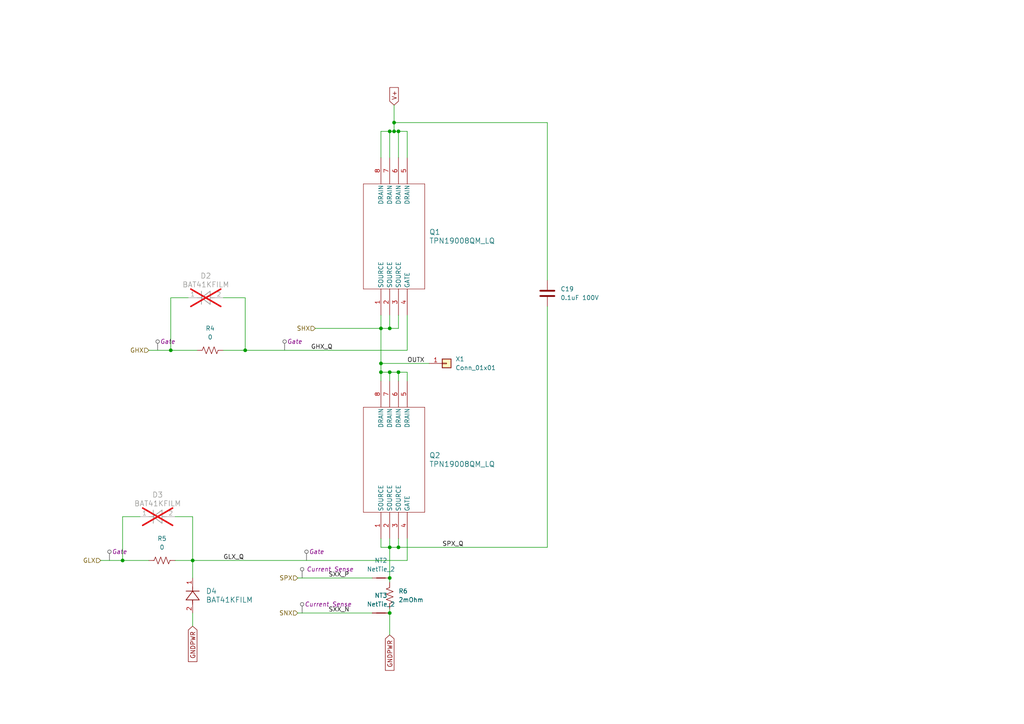
<source format=kicad_sch>
(kicad_sch (version 20230121) (generator eeschema)

  (uuid 5fd6fc62-6cf8-466f-b3fe-2371d8014372)

  (paper "A4")

  (title_block
    (title "moteus-c1")
    (rev "1.0")
  )

  (lib_symbols
    (symbol "Connector_Generic:Conn_01x01" (pin_names (offset 1.016) hide) (in_bom yes) (on_board yes)
      (property "Reference" "J" (at 0 2.54 0)
        (effects (font (size 1.27 1.27)))
      )
      (property "Value" "Conn_01x01" (at 0 -2.54 0)
        (effects (font (size 1.27 1.27)))
      )
      (property "Footprint" "" (at 0 0 0)
        (effects (font (size 1.27 1.27)) hide)
      )
      (property "Datasheet" "~" (at 0 0 0)
        (effects (font (size 1.27 1.27)) hide)
      )
      (property "ki_keywords" "connector" (at 0 0 0)
        (effects (font (size 1.27 1.27)) hide)
      )
      (property "ki_description" "Generic connector, single row, 01x01, script generated (kicad-library-utils/schlib/autogen/connector/)" (at 0 0 0)
        (effects (font (size 1.27 1.27)) hide)
      )
      (property "ki_fp_filters" "Connector*:*_1x??_*" (at 0 0 0)
        (effects (font (size 1.27 1.27)) hide)
      )
      (symbol "Conn_01x01_1_1"
        (rectangle (start -1.27 0.127) (end 0 -0.127)
          (stroke (width 0.1524) (type default))
          (fill (type none))
        )
        (rectangle (start -1.27 1.27) (end 1.27 -1.27)
          (stroke (width 0.254) (type default))
          (fill (type background))
        )
        (pin passive line (at -5.08 0 0) (length 3.81)
          (name "Pin_1" (effects (font (size 1.27 1.27))))
          (number "1" (effects (font (size 1.27 1.27))))
        )
      )
    )
    (symbol "Device:C" (pin_numbers hide) (pin_names (offset 0.254)) (in_bom yes) (on_board yes)
      (property "Reference" "C" (at 0.635 2.54 0)
        (effects (font (size 1.27 1.27)) (justify left))
      )
      (property "Value" "C" (at 0.635 -2.54 0)
        (effects (font (size 1.27 1.27)) (justify left))
      )
      (property "Footprint" "" (at 0.9652 -3.81 0)
        (effects (font (size 1.27 1.27)) hide)
      )
      (property "Datasheet" "~" (at 0 0 0)
        (effects (font (size 1.27 1.27)) hide)
      )
      (property "ki_keywords" "cap capacitor" (at 0 0 0)
        (effects (font (size 1.27 1.27)) hide)
      )
      (property "ki_description" "Unpolarized capacitor" (at 0 0 0)
        (effects (font (size 1.27 1.27)) hide)
      )
      (property "ki_fp_filters" "C_*" (at 0 0 0)
        (effects (font (size 1.27 1.27)) hide)
      )
      (symbol "C_0_1"
        (polyline
          (pts
            (xy -2.032 -0.762)
            (xy 2.032 -0.762)
          )
          (stroke (width 0.508) (type default))
          (fill (type none))
        )
        (polyline
          (pts
            (xy -2.032 0.762)
            (xy 2.032 0.762)
          )
          (stroke (width 0.508) (type default))
          (fill (type none))
        )
      )
      (symbol "C_1_1"
        (pin passive line (at 0 3.81 270) (length 2.794)
          (name "~" (effects (font (size 1.27 1.27))))
          (number "1" (effects (font (size 1.27 1.27))))
        )
        (pin passive line (at 0 -3.81 90) (length 2.794)
          (name "~" (effects (font (size 1.27 1.27))))
          (number "2" (effects (font (size 1.27 1.27))))
        )
      )
    )
    (symbol "Device:NetTie_2" (pin_numbers hide) (pin_names (offset 0) hide) (in_bom no) (on_board yes)
      (property "Reference" "NT" (at 0 1.27 0)
        (effects (font (size 1.27 1.27)))
      )
      (property "Value" "NetTie_2" (at 0 -1.27 0)
        (effects (font (size 1.27 1.27)))
      )
      (property "Footprint" "" (at 0 0 0)
        (effects (font (size 1.27 1.27)) hide)
      )
      (property "Datasheet" "~" (at 0 0 0)
        (effects (font (size 1.27 1.27)) hide)
      )
      (property "ki_keywords" "net tie short" (at 0 0 0)
        (effects (font (size 1.27 1.27)) hide)
      )
      (property "ki_description" "Net tie, 2 pins" (at 0 0 0)
        (effects (font (size 1.27 1.27)) hide)
      )
      (property "ki_fp_filters" "Net*Tie*" (at 0 0 0)
        (effects (font (size 1.27 1.27)) hide)
      )
      (symbol "NetTie_2_0_1"
        (polyline
          (pts
            (xy -1.27 0)
            (xy 1.27 0)
          )
          (stroke (width 0.254) (type default))
          (fill (type none))
        )
      )
      (symbol "NetTie_2_1_1"
        (pin passive line (at -2.54 0 0) (length 2.54)
          (name "1" (effects (font (size 1.27 1.27))))
          (number "1" (effects (font (size 1.27 1.27))))
        )
        (pin passive line (at 2.54 0 180) (length 2.54)
          (name "2" (effects (font (size 1.27 1.27))))
          (number "2" (effects (font (size 1.27 1.27))))
        )
      )
    )
    (symbol "Device:R_US" (pin_numbers hide) (pin_names (offset 0)) (in_bom yes) (on_board yes)
      (property "Reference" "R" (at 2.54 0 90)
        (effects (font (size 1.27 1.27)))
      )
      (property "Value" "R_US" (at -2.54 0 90)
        (effects (font (size 1.27 1.27)))
      )
      (property "Footprint" "" (at 1.016 -0.254 90)
        (effects (font (size 1.27 1.27)) hide)
      )
      (property "Datasheet" "~" (at 0 0 0)
        (effects (font (size 1.27 1.27)) hide)
      )
      (property "ki_keywords" "R res resistor" (at 0 0 0)
        (effects (font (size 1.27 1.27)) hide)
      )
      (property "ki_description" "Resistor, US symbol" (at 0 0 0)
        (effects (font (size 1.27 1.27)) hide)
      )
      (property "ki_fp_filters" "R_*" (at 0 0 0)
        (effects (font (size 1.27 1.27)) hide)
      )
      (symbol "R_US_0_1"
        (polyline
          (pts
            (xy 0 -2.286)
            (xy 0 -2.54)
          )
          (stroke (width 0) (type default))
          (fill (type none))
        )
        (polyline
          (pts
            (xy 0 2.286)
            (xy 0 2.54)
          )
          (stroke (width 0) (type default))
          (fill (type none))
        )
        (polyline
          (pts
            (xy 0 -0.762)
            (xy 1.016 -1.143)
            (xy 0 -1.524)
            (xy -1.016 -1.905)
            (xy 0 -2.286)
          )
          (stroke (width 0) (type default))
          (fill (type none))
        )
        (polyline
          (pts
            (xy 0 0.762)
            (xy 1.016 0.381)
            (xy 0 0)
            (xy -1.016 -0.381)
            (xy 0 -0.762)
          )
          (stroke (width 0) (type default))
          (fill (type none))
        )
        (polyline
          (pts
            (xy 0 2.286)
            (xy 1.016 1.905)
            (xy 0 1.524)
            (xy -1.016 1.143)
            (xy 0 0.762)
          )
          (stroke (width 0) (type default))
          (fill (type none))
        )
      )
      (symbol "R_US_1_1"
        (pin passive line (at 0 3.81 270) (length 1.27)
          (name "~" (effects (font (size 1.27 1.27))))
          (number "1" (effects (font (size 1.27 1.27))))
        )
        (pin passive line (at 0 -3.81 90) (length 1.27)
          (name "~" (effects (font (size 1.27 1.27))))
          (number "2" (effects (font (size 1.27 1.27))))
        )
      )
    )
    (symbol "moteus:BAT41KFILM" (pin_names (offset 0.254)) (in_bom yes) (on_board yes)
      (property "Reference" "CR" (at 5.08 4.445 0)
        (effects (font (size 1.524 1.524)))
      )
      (property "Value" "BAT41KFILM" (at 5.08 -3.81 0)
        (effects (font (size 1.524 1.524)))
      )
      (property "Footprint" "SOD-523_STM" (at 0 0 0)
        (effects (font (size 1.27 1.27) italic) hide)
      )
      (property "Datasheet" "BAT41KFILM" (at 0 0 0)
        (effects (font (size 1.27 1.27) italic) hide)
      )
      (property "ki_locked" "" (at 0 0 0)
        (effects (font (size 1.27 1.27)))
      )
      (property "ki_keywords" "BAT41KFILM" (at 0 0 0)
        (effects (font (size 1.27 1.27)) hide)
      )
      (property "ki_fp_filters" "SOD-523_STM SOD-523_STM-M SOD-523_STM-L" (at 0 0 0)
        (effects (font (size 1.27 1.27)) hide)
      )
      (symbol "BAT41KFILM_1_1"
        (polyline
          (pts
            (xy 2.54 0)
            (xy 3.4798 0)
          )
          (stroke (width 0.2032) (type default))
          (fill (type none))
        )
        (polyline
          (pts
            (xy 3.175 0)
            (xy 3.81 0)
          )
          (stroke (width 0.2032) (type default))
          (fill (type none))
        )
        (polyline
          (pts
            (xy 3.81 -1.905)
            (xy 6.35 0)
          )
          (stroke (width 0.2032) (type default))
          (fill (type none))
        )
        (polyline
          (pts
            (xy 3.81 1.905)
            (xy 3.81 -1.905)
          )
          (stroke (width 0.2032) (type default))
          (fill (type none))
        )
        (polyline
          (pts
            (xy 6.35 -1.905)
            (xy 6.35 1.905)
          )
          (stroke (width 0.2032) (type default))
          (fill (type none))
        )
        (polyline
          (pts
            (xy 6.35 0)
            (xy 3.81 1.905)
          )
          (stroke (width 0.2032) (type default))
          (fill (type none))
        )
        (polyline
          (pts
            (xy 6.35 0)
            (xy 7.62 0)
          )
          (stroke (width 0.2032) (type default))
          (fill (type none))
        )
        (pin unspecified line (at 10.16 0 180) (length 2.54)
          (name "" (effects (font (size 1.27 1.27))))
          (number "1" (effects (font (size 1.27 1.27))))
        )
        (pin unspecified line (at 0 0 0) (length 2.54)
          (name "" (effects (font (size 1.27 1.27))))
          (number "2" (effects (font (size 1.27 1.27))))
        )
      )
      (symbol "BAT41KFILM_1_2"
        (polyline
          (pts
            (xy -1.905 3.81)
            (xy 1.905 3.81)
          )
          (stroke (width 0.2032) (type default))
          (fill (type none))
        )
        (polyline
          (pts
            (xy 0 2.54)
            (xy 0 3.4798)
          )
          (stroke (width 0.2032) (type default))
          (fill (type none))
        )
        (polyline
          (pts
            (xy 0 3.175)
            (xy 0 3.81)
          )
          (stroke (width 0.2032) (type default))
          (fill (type none))
        )
        (polyline
          (pts
            (xy 0 6.35)
            (xy -1.905 3.81)
          )
          (stroke (width 0.2032) (type default))
          (fill (type none))
        )
        (polyline
          (pts
            (xy 0 6.35)
            (xy 0 7.62)
          )
          (stroke (width 0.2032) (type default))
          (fill (type none))
        )
        (polyline
          (pts
            (xy 1.905 3.81)
            (xy 0 6.35)
          )
          (stroke (width 0.2032) (type default))
          (fill (type none))
        )
        (polyline
          (pts
            (xy 1.905 6.35)
            (xy -1.905 6.35)
          )
          (stroke (width 0.2032) (type default))
          (fill (type none))
        )
        (pin unspecified line (at 0 10.16 270) (length 2.54)
          (name "" (effects (font (size 1.27 1.27))))
          (number "1" (effects (font (size 1.27 1.27))))
        )
        (pin unspecified line (at 0 0 90) (length 2.54)
          (name "" (effects (font (size 1.27 1.27))))
          (number "2" (effects (font (size 1.27 1.27))))
        )
      )
    )
    (symbol "moteus:TPN19008QM_LQ" (pin_names (offset 0.254)) (in_bom yes) (on_board yes)
      (property "Reference" "U" (at 22.86 10.16 0)
        (effects (font (size 1.524 1.524)))
      )
      (property "Value" "TPN19008QM_LQ" (at 22.86 7.62 0)
        (effects (font (size 1.524 1.524)))
      )
      (property "Footprint" "TSON Advance_TOS" (at 0 0 0)
        (effects (font (size 1.27 1.27) italic) hide)
      )
      (property "Datasheet" "TPN19008QM_LQ" (at 0 0 0)
        (effects (font (size 1.27 1.27) italic) hide)
      )
      (property "ki_locked" "" (at 0 0 0)
        (effects (font (size 1.27 1.27)))
      )
      (property "ki_keywords" "TPN19008QM,LQ" (at 0 0 0)
        (effects (font (size 1.27 1.27)) hide)
      )
      (property "ki_fp_filters" "TSON Advance_TOS" (at 0 0 0)
        (effects (font (size 1.27 1.27)) hide)
      )
      (symbol "TPN19008QM_LQ_0_1"
        (polyline
          (pts
            (xy 7.62 -12.7)
            (xy 38.1 -12.7)
          )
          (stroke (width 0.127) (type default))
          (fill (type none))
        )
        (polyline
          (pts
            (xy 7.62 5.08)
            (xy 7.62 -12.7)
          )
          (stroke (width 0.127) (type default))
          (fill (type none))
        )
        (polyline
          (pts
            (xy 38.1 -12.7)
            (xy 38.1 5.08)
          )
          (stroke (width 0.127) (type default))
          (fill (type none))
        )
        (polyline
          (pts
            (xy 38.1 5.08)
            (xy 7.62 5.08)
          )
          (stroke (width 0.127) (type default))
          (fill (type none))
        )
        (pin unspecified line (at 0 0 0) (length 7.62)
          (name "SOURCE" (effects (font (size 1.27 1.27))))
          (number "1" (effects (font (size 1.27 1.27))))
        )
        (pin unspecified line (at 0 -2.54 0) (length 7.62)
          (name "SOURCE" (effects (font (size 1.27 1.27))))
          (number "2" (effects (font (size 1.27 1.27))))
        )
        (pin unspecified line (at 0 -5.08 0) (length 7.62)
          (name "SOURCE" (effects (font (size 1.27 1.27))))
          (number "3" (effects (font (size 1.27 1.27))))
        )
        (pin unspecified line (at 0 -7.62 0) (length 7.62)
          (name "GATE" (effects (font (size 1.27 1.27))))
          (number "4" (effects (font (size 1.27 1.27))))
        )
        (pin unspecified line (at 45.72 -7.62 180) (length 7.62)
          (name "DRAIN" (effects (font (size 1.27 1.27))))
          (number "5" (effects (font (size 1.27 1.27))))
        )
        (pin unspecified line (at 45.72 -5.08 180) (length 7.62)
          (name "DRAIN" (effects (font (size 1.27 1.27))))
          (number "6" (effects (font (size 1.27 1.27))))
        )
        (pin unspecified line (at 45.72 -2.54 180) (length 7.62)
          (name "DRAIN" (effects (font (size 1.27 1.27))))
          (number "7" (effects (font (size 1.27 1.27))))
        )
        (pin unspecified line (at 45.72 0 180) (length 7.62)
          (name "DRAIN" (effects (font (size 1.27 1.27))))
          (number "8" (effects (font (size 1.27 1.27))))
        )
      )
    )
  )

  (junction (at 71.12 101.6) (diameter 0) (color 0 0 0 0)
    (uuid 12a80cd0-ddcc-49fe-b9d7-3cd5819e73c4)
  )
  (junction (at 115.57 158.75) (diameter 0) (color 0 0 0 0)
    (uuid 14b3b7b1-5037-48bc-8ba0-7e25808e0a5b)
  )
  (junction (at 110.49 107.95) (diameter 0) (color 0 0 0 0)
    (uuid 1dded2cf-34a9-46b9-a672-e11204a66cb0)
  )
  (junction (at 35.56 162.56) (diameter 0) (color 0 0 0 0)
    (uuid 299e4216-eac1-493d-9b7e-8a293e4e55e4)
  )
  (junction (at 113.03 167.64) (diameter 0) (color 0 0 0 0)
    (uuid 3107214b-79f2-4bf5-b518-59c7d2b6ee26)
  )
  (junction (at 115.57 107.95) (diameter 0) (color 0 0 0 0)
    (uuid 35c9cba9-368a-4c47-8667-dc204c4b61bd)
  )
  (junction (at 110.49 95.25) (diameter 0) (color 0 0 0 0)
    (uuid 3ba4c518-cd2f-4540-957f-a5903dc8bb11)
  )
  (junction (at 113.03 107.95) (diameter 0) (color 0 0 0 0)
    (uuid 43f297e1-fe11-4951-98e1-cc9996a6de59)
  )
  (junction (at 113.03 38.1) (diameter 0) (color 0 0 0 0)
    (uuid 58c4d311-5f4e-4893-83fa-937a6d8ec389)
  )
  (junction (at 114.3 38.1) (diameter 0) (color 0 0 0 0)
    (uuid 68547993-3f46-4f6d-bf65-7e3497d207d9)
  )
  (junction (at 114.3 35.56) (diameter 0) (color 0 0 0 0)
    (uuid 6f18965d-7220-4fb5-8607-95a449c23604)
  )
  (junction (at 113.03 95.25) (diameter 0) (color 0 0 0 0)
    (uuid 7ece96d2-c9ae-4fc3-89f7-0890527337fe)
  )
  (junction (at 49.53 101.6) (diameter 0) (color 0 0 0 0)
    (uuid 805f98fd-6145-44de-9e50-3faff37a9747)
  )
  (junction (at 110.49 105.41) (diameter 0) (color 0 0 0 0)
    (uuid 940e5247-5bfb-4e56-8f61-80c2437679e9)
  )
  (junction (at 115.57 38.1) (diameter 0) (color 0 0 0 0)
    (uuid b9ff997a-f829-442f-a52f-043f5d5fee6c)
  )
  (junction (at 113.03 177.8) (diameter 0) (color 0 0 0 0)
    (uuid ce4eee75-941c-4388-8637-3cabec661da2)
  )
  (junction (at 113.03 158.75) (diameter 0) (color 0 0 0 0)
    (uuid d6725437-28c5-4ca4-94ba-44a4cd1f06b7)
  )
  (junction (at 55.88 162.56) (diameter 0) (color 0 0 0 0)
    (uuid def90910-08e7-45f6-a9ed-aaedbcad205b)
  )

  (wire (pts (xy 55.88 177.8) (xy 55.88 181.61))
    (stroke (width 0) (type default))
    (uuid 0bf2db9e-a087-447b-80ae-8952342f787f)
  )
  (wire (pts (xy 110.49 45.72) (xy 110.49 38.1))
    (stroke (width 0) (type default))
    (uuid 105fb1e7-ea23-44fe-b2b4-810c5b8fd0c5)
  )
  (wire (pts (xy 71.12 86.36) (xy 71.12 101.6))
    (stroke (width 0) (type default))
    (uuid 11748684-d9df-4f40-939a-87597167a0c0)
  )
  (wire (pts (xy 158.75 35.56) (xy 158.75 81.28))
    (stroke (width 0) (type default))
    (uuid 22ca1452-2c31-4f3c-bd9e-609735dbd361)
  )
  (wire (pts (xy 50.8 162.56) (xy 55.88 162.56))
    (stroke (width 0) (type default))
    (uuid 246815e3-c33e-492f-8c81-f9d3a41e2800)
  )
  (wire (pts (xy 115.57 107.95) (xy 115.57 110.49))
    (stroke (width 0) (type default))
    (uuid 27285b91-5cb8-475b-ae52-4c10c188939b)
  )
  (wire (pts (xy 113.03 95.25) (xy 115.57 95.25))
    (stroke (width 0) (type default))
    (uuid 2cf86ae6-bb81-4fd7-89aa-fb5a7c2c88e7)
  )
  (wire (pts (xy 115.57 158.75) (xy 158.75 158.75))
    (stroke (width 0) (type default))
    (uuid 2fcf3112-8a90-473d-9879-f48ee7a52d45)
  )
  (wire (pts (xy 113.03 177.8) (xy 113.03 184.15))
    (stroke (width 0) (type default))
    (uuid 34d2c5a3-d9df-4149-b899-904431f02aeb)
  )
  (wire (pts (xy 49.53 101.6) (xy 49.53 86.36))
    (stroke (width 0) (type default))
    (uuid 3a879fe5-49ec-43b9-9e41-c7cb667023b0)
  )
  (wire (pts (xy 110.49 105.41) (xy 110.49 107.95))
    (stroke (width 0) (type default))
    (uuid 4ac6a5ab-c679-4c0b-9321-e6d4805ee6a8)
  )
  (wire (pts (xy 113.03 158.75) (xy 113.03 167.64))
    (stroke (width 0) (type default))
    (uuid 51ae483b-6d18-4303-b3d2-d9e7cf025609)
  )
  (wire (pts (xy 113.03 158.75) (xy 113.03 156.21))
    (stroke (width 0) (type default))
    (uuid 590d3b7c-a625-43bf-a9ba-9062eea454de)
  )
  (wire (pts (xy 113.03 38.1) (xy 114.3 38.1))
    (stroke (width 0) (type default))
    (uuid 5b52bdd1-9b2e-42d7-92a6-48e6978dcdf4)
  )
  (wire (pts (xy 57.15 101.6) (xy 49.53 101.6))
    (stroke (width 0) (type default))
    (uuid 603b1c9d-0d32-4798-a263-edfa5008e341)
  )
  (wire (pts (xy 110.49 158.75) (xy 113.03 158.75))
    (stroke (width 0) (type default))
    (uuid 639d4edb-913a-4c0c-b1f1-552b89e999bb)
  )
  (wire (pts (xy 64.77 86.36) (xy 71.12 86.36))
    (stroke (width 0) (type default))
    (uuid 64385dde-8c6b-4068-9464-809331a5360d)
  )
  (wire (pts (xy 43.18 101.6) (xy 49.53 101.6))
    (stroke (width 0) (type default))
    (uuid 65dd86d2-b47e-4b60-8481-7d489604d9f5)
  )
  (wire (pts (xy 55.88 162.56) (xy 55.88 167.64))
    (stroke (width 0) (type default))
    (uuid 6a918121-e1f2-4ae8-88ac-1758023534f4)
  )
  (wire (pts (xy 115.57 95.25) (xy 115.57 91.44))
    (stroke (width 0) (type default))
    (uuid 6bf96827-fbae-492a-a0d3-9ce6016edf5c)
  )
  (wire (pts (xy 110.49 105.41) (xy 124.46 105.41))
    (stroke (width 0) (type default))
    (uuid 6efd2389-8bbb-4838-b9cb-deec545f18dd)
  )
  (wire (pts (xy 110.49 38.1) (xy 113.03 38.1))
    (stroke (width 0) (type default))
    (uuid 712e8b24-5793-42e6-ba63-fff130f62ac4)
  )
  (wire (pts (xy 110.49 156.21) (xy 110.49 158.75))
    (stroke (width 0) (type default))
    (uuid 7e512494-4bd9-4110-8718-87bb6868cd95)
  )
  (wire (pts (xy 110.49 107.95) (xy 110.49 110.49))
    (stroke (width 0) (type default))
    (uuid 812b2999-4d34-44ea-8521-2af076f554bf)
  )
  (wire (pts (xy 113.03 107.95) (xy 115.57 107.95))
    (stroke (width 0) (type default))
    (uuid 819cca76-25aa-424b-9d2c-0d0328ed4e1b)
  )
  (wire (pts (xy 118.11 162.56) (xy 118.11 156.21))
    (stroke (width 0) (type default))
    (uuid 82ba63b5-7469-42ab-b0d1-7d2530d0ea5f)
  )
  (wire (pts (xy 118.11 91.44) (xy 118.11 101.6))
    (stroke (width 0) (type default))
    (uuid 851d59f8-6a2d-41c6-9bcc-7bc233c46fd5)
  )
  (wire (pts (xy 114.3 35.56) (xy 114.3 30.48))
    (stroke (width 0) (type default))
    (uuid 86172b00-9c44-4e65-a56a-7cb2c2afbd4b)
  )
  (wire (pts (xy 115.57 107.95) (xy 118.11 107.95))
    (stroke (width 0) (type default))
    (uuid 87916541-c5c6-4fd6-afe5-57335914e3ec)
  )
  (wire (pts (xy 29.21 162.56) (xy 35.56 162.56))
    (stroke (width 0) (type default))
    (uuid 89aa9c94-a453-49fa-925e-fe92ec94fe0e)
  )
  (wire (pts (xy 113.03 167.64) (xy 113.03 168.91))
    (stroke (width 0) (type default))
    (uuid 92ccda96-55e2-4241-9100-dc6e8f71c7c5)
  )
  (wire (pts (xy 114.3 35.56) (xy 158.75 35.56))
    (stroke (width 0) (type default))
    (uuid 937e50ae-9bef-4a67-b70c-79df9aed0908)
  )
  (wire (pts (xy 114.3 38.1) (xy 114.3 35.56))
    (stroke (width 0) (type default))
    (uuid 9a9e9638-053d-417b-87bf-7258d0c3639c)
  )
  (wire (pts (xy 115.57 38.1) (xy 114.3 38.1))
    (stroke (width 0) (type default))
    (uuid 9b418296-326f-416f-a497-8915136ac2fb)
  )
  (wire (pts (xy 115.57 45.72) (xy 115.57 38.1))
    (stroke (width 0) (type default))
    (uuid 9f915edb-d136-4cb6-982b-1368ac6109a9)
  )
  (wire (pts (xy 113.03 91.44) (xy 113.03 95.25))
    (stroke (width 0) (type default))
    (uuid a115b845-2ed1-45b4-8042-50d6555003af)
  )
  (wire (pts (xy 55.88 162.56) (xy 118.11 162.56))
    (stroke (width 0) (type default))
    (uuid a3bac56e-aa02-4feb-9fed-e81f40428836)
  )
  (wire (pts (xy 113.03 176.53) (xy 113.03 177.8))
    (stroke (width 0) (type default))
    (uuid a74c86d4-5836-4aa9-bcab-6b392a7c6ccb)
  )
  (wire (pts (xy 35.56 162.56) (xy 43.18 162.56))
    (stroke (width 0) (type default))
    (uuid b0a82585-889a-4706-8d72-704b2c1dcd10)
  )
  (wire (pts (xy 118.11 38.1) (xy 115.57 38.1))
    (stroke (width 0) (type default))
    (uuid b52a3b12-87f5-4153-85c5-c193dc172b9e)
  )
  (wire (pts (xy 110.49 91.44) (xy 110.49 95.25))
    (stroke (width 0) (type default))
    (uuid b62472ce-0711-4a41-8976-8842bb295c76)
  )
  (wire (pts (xy 49.53 86.36) (xy 54.61 86.36))
    (stroke (width 0) (type default))
    (uuid b67b848f-93ea-430b-bafa-bb1da3c368fb)
  )
  (wire (pts (xy 86.36 167.64) (xy 107.95 167.64))
    (stroke (width 0) (type default))
    (uuid bba2a682-9910-4e24-a0dd-68c01530c42b)
  )
  (wire (pts (xy 118.11 45.72) (xy 118.11 38.1))
    (stroke (width 0) (type default))
    (uuid bec58c5f-468a-4514-90ed-33451c338d8e)
  )
  (wire (pts (xy 158.75 158.75) (xy 158.75 88.9))
    (stroke (width 0) (type default))
    (uuid c5950f7a-72d9-4673-af38-46dbd03fb9ac)
  )
  (wire (pts (xy 35.56 149.86) (xy 35.56 162.56))
    (stroke (width 0) (type default))
    (uuid d12b5aaa-5aca-4904-8f9f-abec510397a2)
  )
  (wire (pts (xy 113.03 107.95) (xy 113.03 110.49))
    (stroke (width 0) (type default))
    (uuid d3ea5643-3cbe-4608-ba1f-65b86f8986fe)
  )
  (wire (pts (xy 110.49 107.95) (xy 113.03 107.95))
    (stroke (width 0) (type default))
    (uuid d54d5473-51b7-40b6-b38a-742908ce9cb2)
  )
  (wire (pts (xy 110.49 95.25) (xy 110.49 105.41))
    (stroke (width 0) (type default))
    (uuid d6bf79aa-184c-4ba9-bfdf-f47554483e2c)
  )
  (wire (pts (xy 113.03 38.1) (xy 113.03 45.72))
    (stroke (width 0) (type default))
    (uuid d8cdb28b-eb0a-4526-ad9f-a898c73acc98)
  )
  (wire (pts (xy 91.44 95.25) (xy 110.49 95.25))
    (stroke (width 0) (type default))
    (uuid d96bef8d-3767-425a-a924-793d8742e648)
  )
  (wire (pts (xy 118.11 101.6) (xy 71.12 101.6))
    (stroke (width 0) (type default))
    (uuid db053eb2-2d8e-4f51-aeb3-144e3b445127)
  )
  (wire (pts (xy 86.36 177.8) (xy 107.95 177.8))
    (stroke (width 0) (type default))
    (uuid db301033-e15c-436f-ae28-fc4ea21a5724)
  )
  (wire (pts (xy 55.88 149.86) (xy 55.88 162.56))
    (stroke (width 0) (type default))
    (uuid e1a7fa50-282c-43ea-92b6-98d40a393894)
  )
  (wire (pts (xy 113.03 158.75) (xy 115.57 158.75))
    (stroke (width 0) (type default))
    (uuid e1f1f37a-65bc-413c-a44c-d6fb5026fb4d)
  )
  (wire (pts (xy 50.8 149.86) (xy 55.88 149.86))
    (stroke (width 0) (type default))
    (uuid e42e7ff5-5a91-4eb7-9035-b175e32257fd)
  )
  (wire (pts (xy 115.57 158.75) (xy 115.57 156.21))
    (stroke (width 0) (type default))
    (uuid e59c9ae3-c866-483e-bbea-b15d1a9449fc)
  )
  (wire (pts (xy 71.12 101.6) (xy 64.77 101.6))
    (stroke (width 0) (type default))
    (uuid e609e8fe-0b17-412d-8cf8-ef85248b2014)
  )
  (wire (pts (xy 40.64 149.86) (xy 35.56 149.86))
    (stroke (width 0) (type default))
    (uuid f24a2fea-a343-47db-9360-4af261e84a6e)
  )
  (wire (pts (xy 118.11 107.95) (xy 118.11 110.49))
    (stroke (width 0) (type default))
    (uuid f936997c-2300-4054-84e5-d924a5e7b3e5)
  )
  (wire (pts (xy 110.49 95.25) (xy 113.03 95.25))
    (stroke (width 0) (type default))
    (uuid fc9fb687-4ada-4971-8865-4560ba9ceda8)
  )

  (label "GHX_Q" (at 90.17 101.6 0) (fields_autoplaced)
    (effects (font (size 1.27 1.27)) (justify left bottom))
    (uuid 1acd32d3-22ba-4f9a-bbc1-6d2383578546)
  )
  (label "SXX_N" (at 95.25 177.8 0) (fields_autoplaced)
    (effects (font (size 1.27 1.27)) (justify left bottom))
    (uuid 418b75ac-d3aa-4300-a0e8-a4a1fbe4ffbf)
  )
  (label "OUTX" (at 118.11 105.41 0) (fields_autoplaced)
    (effects (font (size 1.27 1.27)) (justify left bottom))
    (uuid 80b32fba-a734-437a-98d5-36627054788b)
  )
  (label "GLX_Q" (at 64.77 162.56 0) (fields_autoplaced)
    (effects (font (size 1.27 1.27)) (justify left bottom))
    (uuid 82aafce0-cebb-4bf2-a2a3-b58a3df14f17)
  )
  (label "SPX_Q" (at 128.27 158.75 0) (fields_autoplaced)
    (effects (font (size 1.27 1.27)) (justify left bottom))
    (uuid d724b43f-f14c-4415-afa5-72b959453e25)
  )
  (label "SXX_P" (at 95.25 167.64 0) (fields_autoplaced)
    (effects (font (size 1.27 1.27)) (justify left bottom))
    (uuid da33359b-ac8a-49a1-91c1-a633d6ea5207)
  )

  (global_label "V+" (shape input) (at 114.3 30.48 90) (fields_autoplaced)
    (effects (font (size 1.27 1.27)) (justify left))
    (uuid 4bc69686-fdb5-4e1d-a587-0a9d278dcd8f)
    (property "Intersheetrefs" "${INTERSHEET_REFS}" (at 114.3 24.8338 90)
      (effects (font (size 1.27 1.27)) (justify left) hide)
    )
  )
  (global_label "GNDPWR" (shape input) (at 113.03 184.15 270) (fields_autoplaced)
    (effects (font (size 1.27 1.27)) (justify right))
    (uuid 5d9e367d-d244-4088-8367-b5e448f5cf4f)
    (property "Intersheetrefs" "${INTERSHEET_REFS}" (at 113.03 194.9971 90)
      (effects (font (size 1.27 1.27)) (justify right) hide)
    )
  )
  (global_label "GNDPWR" (shape input) (at 55.88 181.61 270) (fields_autoplaced)
    (effects (font (size 1.27 1.27)) (justify right))
    (uuid eac76b0a-5be4-4acf-81cb-29b1fba22569)
    (property "Intersheetrefs" "${INTERSHEET_REFS}" (at 55.88 192.4571 90)
      (effects (font (size 1.27 1.27)) (justify right) hide)
    )
  )

  (hierarchical_label "SHX" (shape input) (at 91.44 95.25 180) (fields_autoplaced)
    (effects (font (size 1.27 1.27)) (justify right))
    (uuid 39515dc7-3998-443d-a61b-e6d94d62e480)
  )
  (hierarchical_label "GHX" (shape input) (at 43.18 101.6 180) (fields_autoplaced)
    (effects (font (size 1.27 1.27)) (justify right))
    (uuid 407fa577-3b17-4d5b-86f8-33771aea5d40)
  )
  (hierarchical_label "GLX" (shape input) (at 29.21 162.56 180) (fields_autoplaced)
    (effects (font (size 1.27 1.27)) (justify right))
    (uuid 7ab681b0-ba1d-4942-a740-5e750813cb5e)
  )
  (hierarchical_label "SPX" (shape input) (at 86.36 167.64 180) (fields_autoplaced)
    (effects (font (size 1.27 1.27)) (justify right))
    (uuid 7cdffb64-f6a9-405b-9c5e-c68856bd2ae5)
  )
  (hierarchical_label "SNX" (shape input) (at 86.36 177.8 180) (fields_autoplaced)
    (effects (font (size 1.27 1.27)) (justify right))
    (uuid 7fbd46d1-57f0-4c28-846a-32c3b086e65c)
  )

  (netclass_flag "" (length 2.54) (shape round) (at 31.75 162.56 0) (fields_autoplaced)
    (effects (font (size 1.27 1.27)) (justify left bottom))
    (uuid 0e75c07b-527b-47c6-a89a-ef23c4771a0d)
    (property "Netclass" "Gate" (at 32.4485 160.02 0)
      (effects (font (size 1.27 1.27) italic) (justify left))
    )
  )
  (netclass_flag "" (length 2.54) (shape round) (at 88.9 162.56 0) (fields_autoplaced)
    (effects (font (size 1.27 1.27)) (justify left bottom))
    (uuid 6363678d-453f-4d40-af73-96d94c43e5a4)
    (property "Netclass" "Gate" (at 89.5985 160.02 0)
      (effects (font (size 1.27 1.27) italic) (justify left))
    )
  )
  (netclass_flag "" (length 2.54) (shape round) (at 82.55 101.6 0) (fields_autoplaced)
    (effects (font (size 1.27 1.27)) (justify left bottom))
    (uuid ba6ab38b-b0e1-4634-bc52-d39add9a1019)
    (property "Netclass" "Gate" (at 83.2485 99.06 0)
      (effects (font (size 1.27 1.27) italic) (justify left))
    )
  )
  (netclass_flag "" (length 2.54) (shape round) (at 45.72 101.6 0) (fields_autoplaced)
    (effects (font (size 1.27 1.27)) (justify left bottom))
    (uuid bb2a394c-c414-44b9-b39c-6d1ad755cc71)
    (property "Netclass" "Gate" (at 46.4185 99.06 0)
      (effects (font (size 1.27 1.27) italic) (justify left))
    )
  )
  (netclass_flag "" (length 2.54) (shape round) (at 87.63 167.64 0)
    (effects (font (size 1.27 1.27)) (justify left bottom))
    (uuid ce28b882-86b6-4b0d-aa97-7763123fb109)
    (property "Netclass" "Current Sense" (at 88.9 165.1 0)
      (effects (font (size 1.27 1.27) italic) (justify left))
    )
  )
  (netclass_flag "" (length 2.54) (shape round) (at 87.63 177.8 0) (fields_autoplaced)
    (effects (font (size 1.27 1.27)) (justify left bottom))
    (uuid f9270388-d1c4-4c09-a2f1-0c75a9da0696)
    (property "Netclass" "Current Sense" (at 88.3285 175.26 0)
      (effects (font (size 1.27 1.27) italic) (justify left))
    )
  )

  (symbol (lib_id "Device:NetTie_2") (at 110.49 177.8 0) (unit 1)
    (in_bom no) (on_board yes) (dnp no) (fields_autoplaced)
    (uuid 1c4e121e-aea1-4c91-8997-94037bcc4c4e)
    (property "Reference" "NT3" (at 110.49 172.72 0)
      (effects (font (size 1.27 1.27)))
    )
    (property "Value" "NetTie_2" (at 110.49 175.26 0)
      (effects (font (size 1.27 1.27)))
    )
    (property "Footprint" "moteus:NetTie-2_SMD_Pad0.254mm" (at 110.49 177.8 0)
      (effects (font (size 1.27 1.27)) hide)
    )
    (property "Datasheet" "~" (at 110.49 177.8 0)
      (effects (font (size 1.27 1.27)) hide)
    )
    (pin "1" (uuid cf12fb58-858e-4781-9de5-42015b04d4b8))
    (pin "2" (uuid 076c9091-ab7f-4bf7-99bb-4be35402e438))
    (instances
      (project "moteus_c1"
        (path "/bd70986b-b0dc-4add-82aa-78459b97d0c4/e54c5578-fae3-4911-a296-59c945d84f23"
          (reference "NT3") (unit 1)
        )
        (path "/bd70986b-b0dc-4add-82aa-78459b97d0c4/84723ca0-3c55-4a96-8456-927d28db47e5"
          (reference "NT5") (unit 1)
        )
        (path "/bd70986b-b0dc-4add-82aa-78459b97d0c4/925a84d2-19c0-462d-bae4-aa3034c06df6"
          (reference "NT7") (unit 1)
        )
      )
    )
  )

  (symbol (lib_id "Connector_Generic:Conn_01x01") (at 129.54 105.41 0) (unit 1)
    (in_bom no) (on_board yes) (dnp no) (fields_autoplaced)
    (uuid 1cdba4f6-eebb-4109-8645-7244a97479df)
    (property "Reference" "X1" (at 132.08 104.14 0)
      (effects (font (size 1.27 1.27)) (justify left))
    )
    (property "Value" "Conn_01x01" (at 132.08 106.68 0)
      (effects (font (size 1.27 1.27)) (justify left))
    )
    (property "Footprint" "moteus:POWER_M2.5" (at 129.54 105.41 0)
      (effects (font (size 1.27 1.27)) hide)
    )
    (property "Datasheet" "~" (at 129.54 105.41 0)
      (effects (font (size 1.27 1.27)) hide)
    )
    (pin "1" (uuid d6f459eb-0c89-464a-ab04-54772c1fda11))
    (instances
      (project "moteus_c1"
        (path "/bd70986b-b0dc-4add-82aa-78459b97d0c4/e54c5578-fae3-4911-a296-59c945d84f23"
          (reference "X1") (unit 1)
        )
        (path "/bd70986b-b0dc-4add-82aa-78459b97d0c4/84723ca0-3c55-4a96-8456-927d28db47e5"
          (reference "X2") (unit 1)
        )
        (path "/bd70986b-b0dc-4add-82aa-78459b97d0c4/925a84d2-19c0-462d-bae4-aa3034c06df6"
          (reference "X3") (unit 1)
        )
      )
    )
  )

  (symbol (lib_id "Device:R_US") (at 46.99 162.56 90) (unit 1)
    (in_bom yes) (on_board yes) (dnp no) (fields_autoplaced)
    (uuid 247222b6-af38-4ea3-b4f4-26e169d8775d)
    (property "Reference" "R5" (at 46.99 156.21 90)
      (effects (font (size 1.27 1.27)))
    )
    (property "Value" "0" (at 46.99 158.75 90)
      (effects (font (size 1.27 1.27)))
    )
    (property "Footprint" "Resistor_SMD:R_0805_2012Metric" (at 47.244 161.544 90)
      (effects (font (size 1.27 1.27)) hide)
    )
    (property "Datasheet" "~" (at 46.99 162.56 0)
      (effects (font (size 1.27 1.27)) hide)
    )
    (property "MPN" "MF-RES-0402-0" (at 46.99 162.56 90)
      (effects (font (size 1.27 1.27)) hide)
    )
    (property "POPULATE" "1" (at 46.99 162.56 90)
      (effects (font (size 1.27 1.27)) hide)
    )
    (pin "1" (uuid 84cc82e7-6af1-44b2-b410-81e980f8c9f4))
    (pin "2" (uuid 37ad6401-a619-421e-99e6-2d17bb3ed71d))
    (instances
      (project "moteus_c1"
        (path "/bd70986b-b0dc-4add-82aa-78459b97d0c4/e54c5578-fae3-4911-a296-59c945d84f23"
          (reference "R5") (unit 1)
        )
        (path "/bd70986b-b0dc-4add-82aa-78459b97d0c4/84723ca0-3c55-4a96-8456-927d28db47e5"
          (reference "R8") (unit 1)
        )
        (path "/bd70986b-b0dc-4add-82aa-78459b97d0c4/925a84d2-19c0-462d-bae4-aa3034c06df6"
          (reference "R11") (unit 1)
        )
      )
    )
  )

  (symbol (lib_id "Device:C") (at 158.75 85.09 0) (unit 1)
    (in_bom yes) (on_board yes) (dnp no) (fields_autoplaced)
    (uuid 2cbb3d44-771f-44cc-9755-3e2d3b702720)
    (property "Reference" "C19" (at 162.56 83.82 0)
      (effects (font (size 1.27 1.27)) (justify left))
    )
    (property "Value" "0.1uF 100V" (at 162.56 86.36 0)
      (effects (font (size 1.27 1.27)) (justify left))
    )
    (property "Footprint" "Capacitor_SMD:C_1206_3216Metric" (at 159.7152 88.9 0)
      (effects (font (size 1.27 1.27)) hide)
    )
    (property "Datasheet" "~" (at 158.75 85.09 0)
      (effects (font (size 1.27 1.27)) hide)
    )
    (property "MPN" "12061C104KAT2A" (at 158.75 85.09 0)
      (effects (font (size 1.27 1.27)) hide)
    )
    (property "MF" "KYOCERA AVX" (at 158.75 85.09 0)
      (effects (font (size 1.27 1.27)) hide)
    )
    (property "POPULATE" "1" (at 158.75 85.09 0)
      (effects (font (size 1.27 1.27)) hide)
    )
    (pin "1" (uuid d9eb057a-f72c-4479-bc85-003e6c047fb2))
    (pin "2" (uuid 4480ca73-ffc3-4f25-a873-6d035c5c4e78))
    (instances
      (project "moteus_c1"
        (path "/bd70986b-b0dc-4add-82aa-78459b97d0c4/e54c5578-fae3-4911-a296-59c945d84f23"
          (reference "C19") (unit 1)
        )
        (path "/bd70986b-b0dc-4add-82aa-78459b97d0c4/84723ca0-3c55-4a96-8456-927d28db47e5"
          (reference "C20") (unit 1)
        )
        (path "/bd70986b-b0dc-4add-82aa-78459b97d0c4/925a84d2-19c0-462d-bae4-aa3034c06df6"
          (reference "C21") (unit 1)
        )
      )
    )
  )

  (symbol (lib_id "Device:NetTie_2") (at 110.49 167.64 0) (unit 1)
    (in_bom no) (on_board yes) (dnp no) (fields_autoplaced)
    (uuid 4276493d-5ea4-4f79-a2d0-432e21a2ab76)
    (property "Reference" "NT2" (at 110.49 162.56 0)
      (effects (font (size 1.27 1.27)))
    )
    (property "Value" "NetTie_2" (at 110.49 165.1 0)
      (effects (font (size 1.27 1.27)))
    )
    (property "Footprint" "moteus:NetTie-2_SMD_Pad0.254mm" (at 110.49 167.64 0)
      (effects (font (size 1.27 1.27)) hide)
    )
    (property "Datasheet" "~" (at 110.49 167.64 0)
      (effects (font (size 1.27 1.27)) hide)
    )
    (pin "1" (uuid ad14f41a-d823-4908-af4e-25b05f6e819d))
    (pin "2" (uuid 67d1f2f0-a878-42c2-a4fc-f5e1834e6895))
    (instances
      (project "moteus_c1"
        (path "/bd70986b-b0dc-4add-82aa-78459b97d0c4/e54c5578-fae3-4911-a296-59c945d84f23"
          (reference "NT2") (unit 1)
        )
        (path "/bd70986b-b0dc-4add-82aa-78459b97d0c4/84723ca0-3c55-4a96-8456-927d28db47e5"
          (reference "NT4") (unit 1)
        )
        (path "/bd70986b-b0dc-4add-82aa-78459b97d0c4/925a84d2-19c0-462d-bae4-aa3034c06df6"
          (reference "NT6") (unit 1)
        )
      )
    )
  )

  (symbol (lib_id "moteus:TPN19008QM_LQ") (at 110.49 156.21 90) (unit 1)
    (in_bom yes) (on_board yes) (dnp no) (fields_autoplaced)
    (uuid 6689c0b0-7319-4203-a4e4-5c59a0efcb25)
    (property "Reference" "Q2" (at 124.46 132.08 90)
      (effects (font (size 1.524 1.524)) (justify right))
    )
    (property "Value" "TPN19008QM_LQ" (at 124.46 134.62 90)
      (effects (font (size 1.524 1.524)) (justify right))
    )
    (property "Footprint" "moteus:TSON Advance_TOS" (at 110.49 156.21 0)
      (effects (font (size 1.27 1.27) italic) hide)
    )
    (property "Datasheet" "TPN19008QM_LQ" (at 110.49 156.21 0)
      (effects (font (size 1.27 1.27) italic) hide)
    )
    (property "MPN" "TPN19008QM,LQ" (at 110.49 156.21 90)
      (effects (font (size 1.27 1.27)) hide)
    )
    (property "MF" "TOSHIBA" (at 110.49 156.21 90)
      (effects (font (size 1.27 1.27)) hide)
    )
    (property "POPULATE" "1" (at 110.49 156.21 90)
      (effects (font (size 1.27 1.27)) hide)
    )
    (pin "1" (uuid 497827a1-aee1-454f-a9ea-6ac65b0865f6))
    (pin "2" (uuid 0e6e8cb4-d056-43f0-8c19-83253a2d1216))
    (pin "3" (uuid b11b4469-f8cb-4fe5-9c6e-5c0177cac635))
    (pin "4" (uuid 75031360-6e33-4add-9677-0afb9efe52bd))
    (pin "5" (uuid df35f288-3b64-4019-9052-ff70a83746fc))
    (pin "6" (uuid aac65864-b36e-4a83-bb7d-a11e89ac6c57))
    (pin "7" (uuid fb408f86-4ee8-4085-9709-49cf0bef0871))
    (pin "8" (uuid 8a491bdc-8bef-471a-93d1-f00e8a2666e5))
    (instances
      (project "moteus_c1"
        (path "/bd70986b-b0dc-4add-82aa-78459b97d0c4/e54c5578-fae3-4911-a296-59c945d84f23"
          (reference "Q2") (unit 1)
        )
        (path "/bd70986b-b0dc-4add-82aa-78459b97d0c4/84723ca0-3c55-4a96-8456-927d28db47e5"
          (reference "Q4") (unit 1)
        )
        (path "/bd70986b-b0dc-4add-82aa-78459b97d0c4/925a84d2-19c0-462d-bae4-aa3034c06df6"
          (reference "Q6") (unit 1)
        )
      )
    )
  )

  (symbol (lib_id "moteus:BAT41KFILM") (at 50.8 149.86 0) (mirror y) (unit 1)
    (in_bom yes) (on_board yes) (dnp yes) (fields_autoplaced)
    (uuid c3110741-8c3e-4dec-9ca8-c0a5ce761810)
    (property "Reference" "D3" (at 45.72 143.51 0)
      (effects (font (size 1.524 1.524)))
    )
    (property "Value" "BAT41KFILM" (at 45.72 146.05 0)
      (effects (font (size 1.524 1.524)))
    )
    (property "Footprint" "moteus:SOD-523_STM" (at 50.8 149.86 0)
      (effects (font (size 1.27 1.27) italic) hide)
    )
    (property "Datasheet" "BAT41KFILM" (at 50.8 149.86 0)
      (effects (font (size 1.27 1.27) italic) hide)
    )
    (property "MPN" "BAT41KFILM" (at 50.8 149.86 0)
      (effects (font (size 1.27 1.27)) hide)
    )
    (property "MF" "ST" (at 50.8 149.86 0)
      (effects (font (size 1.27 1.27)) hide)
    )
    (property "POPULATE" "0" (at 50.8 149.86 0)
      (effects (font (size 1.27 1.27)) hide)
    )
    (pin "1" (uuid ad0a6d5a-d631-449d-840d-7294ca5d3117))
    (pin "2" (uuid dc324c9c-2104-472a-bfad-0e4665464db5))
    (instances
      (project "moteus_c1"
        (path "/bd70986b-b0dc-4add-82aa-78459b97d0c4/e54c5578-fae3-4911-a296-59c945d84f23"
          (reference "D3") (unit 1)
        )
        (path "/bd70986b-b0dc-4add-82aa-78459b97d0c4/84723ca0-3c55-4a96-8456-927d28db47e5"
          (reference "D6") (unit 1)
        )
        (path "/bd70986b-b0dc-4add-82aa-78459b97d0c4/925a84d2-19c0-462d-bae4-aa3034c06df6"
          (reference "D9") (unit 1)
        )
      )
    )
  )

  (symbol (lib_id "moteus:BAT41KFILM") (at 55.88 177.8 270) (mirror x) (unit 1)
    (in_bom yes) (on_board yes) (dnp no) (fields_autoplaced)
    (uuid c64dc0e4-eddf-416e-928c-0c84589c72ba)
    (property "Reference" "D4" (at 59.69 171.45 90)
      (effects (font (size 1.524 1.524)) (justify left))
    )
    (property "Value" "BAT41KFILM" (at 59.69 173.99 90)
      (effects (font (size 1.524 1.524)) (justify left))
    )
    (property "Footprint" "moteus:SOD-523_STM" (at 55.88 177.8 0)
      (effects (font (size 1.27 1.27) italic) hide)
    )
    (property "Datasheet" "BAT41KFILM" (at 55.88 177.8 0)
      (effects (font (size 1.27 1.27) italic) hide)
    )
    (property "MPN" "BAT41KFILM" (at 55.88 177.8 90)
      (effects (font (size 1.27 1.27)) hide)
    )
    (property "MF" "ST" (at 55.88 177.8 90)
      (effects (font (size 1.27 1.27)) hide)
    )
    (property "POPULATE" "1" (at 55.88 177.8 90)
      (effects (font (size 1.27 1.27)) hide)
    )
    (pin "1" (uuid d77bb25a-ceef-4d49-9b68-b10e2703d1f3))
    (pin "2" (uuid 730593b6-0514-4924-8b43-1c6936499f58))
    (instances
      (project "moteus_c1"
        (path "/bd70986b-b0dc-4add-82aa-78459b97d0c4/e54c5578-fae3-4911-a296-59c945d84f23"
          (reference "D4") (unit 1)
        )
        (path "/bd70986b-b0dc-4add-82aa-78459b97d0c4/84723ca0-3c55-4a96-8456-927d28db47e5"
          (reference "D7") (unit 1)
        )
        (path "/bd70986b-b0dc-4add-82aa-78459b97d0c4/925a84d2-19c0-462d-bae4-aa3034c06df6"
          (reference "D10") (unit 1)
        )
      )
    )
  )

  (symbol (lib_id "moteus:BAT41KFILM") (at 64.77 86.36 0) (mirror y) (unit 1)
    (in_bom yes) (on_board yes) (dnp yes) (fields_autoplaced)
    (uuid c8e31d81-cc82-42ce-98c2-3eae2c06e6b2)
    (property "Reference" "D2" (at 59.69 80.01 0)
      (effects (font (size 1.524 1.524)))
    )
    (property "Value" "BAT41KFILM" (at 59.69 82.55 0)
      (effects (font (size 1.524 1.524)))
    )
    (property "Footprint" "moteus:SOD-523_STM" (at 64.77 86.36 0)
      (effects (font (size 1.27 1.27) italic) hide)
    )
    (property "Datasheet" "BAT41KFILM" (at 64.77 86.36 0)
      (effects (font (size 1.27 1.27) italic) hide)
    )
    (property "MPN" "BAT41KFILM" (at 64.77 86.36 0)
      (effects (font (size 1.27 1.27)) hide)
    )
    (property "MF" "ST" (at 64.77 86.36 0)
      (effects (font (size 1.27 1.27)) hide)
    )
    (property "POPULATE" "0" (at 64.77 86.36 0)
      (effects (font (size 1.27 1.27)) hide)
    )
    (pin "1" (uuid ae132ae0-86e7-4c23-a960-628137e5b9e4))
    (pin "2" (uuid df9b8317-51f2-4b12-966f-125e132b1978))
    (instances
      (project "moteus_c1"
        (path "/bd70986b-b0dc-4add-82aa-78459b97d0c4/e54c5578-fae3-4911-a296-59c945d84f23"
          (reference "D2") (unit 1)
        )
        (path "/bd70986b-b0dc-4add-82aa-78459b97d0c4/84723ca0-3c55-4a96-8456-927d28db47e5"
          (reference "D5") (unit 1)
        )
        (path "/bd70986b-b0dc-4add-82aa-78459b97d0c4/925a84d2-19c0-462d-bae4-aa3034c06df6"
          (reference "D8") (unit 1)
        )
      )
    )
  )

  (symbol (lib_id "moteus:TPN19008QM_LQ") (at 110.49 91.44 90) (unit 1)
    (in_bom yes) (on_board yes) (dnp no) (fields_autoplaced)
    (uuid c9f0c6cd-8e55-4bdf-aab2-a1d8b985c76e)
    (property "Reference" "Q1" (at 124.46 67.31 90)
      (effects (font (size 1.524 1.524)) (justify right))
    )
    (property "Value" "TPN19008QM_LQ" (at 124.46 69.85 90)
      (effects (font (size 1.524 1.524)) (justify right))
    )
    (property "Footprint" "moteus:TSON Advance_TOS" (at 110.49 91.44 0)
      (effects (font (size 1.27 1.27) italic) hide)
    )
    (property "Datasheet" "TPN19008QM_LQ" (at 110.49 91.44 0)
      (effects (font (size 1.27 1.27) italic) hide)
    )
    (property "MPN" "TPN19008QM,LQ" (at 110.49 91.44 90)
      (effects (font (size 1.27 1.27)) hide)
    )
    (property "MF" "TOSHIBA" (at 110.49 91.44 90)
      (effects (font (size 1.27 1.27)) hide)
    )
    (property "POPULATE" "1" (at 110.49 91.44 90)
      (effects (font (size 1.27 1.27)) hide)
    )
    (pin "1" (uuid 90f28e45-6fa1-4275-855a-b23f917076a1))
    (pin "2" (uuid c0dc4c0e-f43a-4fa5-a1be-7023865104dd))
    (pin "3" (uuid 487b7e02-b16d-47fc-8f60-407e1f341ba8))
    (pin "4" (uuid aae40f48-9686-43b3-a52e-5adf6571aec9))
    (pin "5" (uuid 08f28fce-faa7-4e67-81e8-5c9c5039c50b))
    (pin "6" (uuid c4969543-c14d-490c-abb3-0e91c3729c1a))
    (pin "7" (uuid 22938052-e751-4399-bf7a-b74d105ee4ed))
    (pin "8" (uuid 48088b5c-614d-4e92-ace4-e84f293784a4))
    (instances
      (project "moteus_c1"
        (path "/bd70986b-b0dc-4add-82aa-78459b97d0c4/e54c5578-fae3-4911-a296-59c945d84f23"
          (reference "Q1") (unit 1)
        )
        (path "/bd70986b-b0dc-4add-82aa-78459b97d0c4/84723ca0-3c55-4a96-8456-927d28db47e5"
          (reference "Q3") (unit 1)
        )
        (path "/bd70986b-b0dc-4add-82aa-78459b97d0c4/925a84d2-19c0-462d-bae4-aa3034c06df6"
          (reference "Q5") (unit 1)
        )
      )
    )
  )

  (symbol (lib_id "Device:R_US") (at 60.96 101.6 90) (unit 1)
    (in_bom yes) (on_board yes) (dnp no) (fields_autoplaced)
    (uuid d6606026-9486-44bb-a32d-0e89652255a3)
    (property "Reference" "R4" (at 60.96 95.25 90)
      (effects (font (size 1.27 1.27)))
    )
    (property "Value" "0" (at 60.96 97.79 90)
      (effects (font (size 1.27 1.27)))
    )
    (property "Footprint" "Resistor_SMD:R_0402_1005Metric" (at 61.214 100.584 90)
      (effects (font (size 1.27 1.27)) hide)
    )
    (property "Datasheet" "~" (at 60.96 101.6 0)
      (effects (font (size 1.27 1.27)) hide)
    )
    (property "MPN" "MF-RES-0402-0" (at 60.96 101.6 90)
      (effects (font (size 1.27 1.27)) hide)
    )
    (property "POPULATE" "1" (at 60.96 101.6 90)
      (effects (font (size 1.27 1.27)) hide)
    )
    (pin "1" (uuid 30654269-5322-44e8-9ed5-7ff905adea11))
    (pin "2" (uuid 07691a4e-c8ee-41ef-8a15-a4b53673798e))
    (instances
      (project "moteus_c1"
        (path "/bd70986b-b0dc-4add-82aa-78459b97d0c4/e54c5578-fae3-4911-a296-59c945d84f23"
          (reference "R4") (unit 1)
        )
        (path "/bd70986b-b0dc-4add-82aa-78459b97d0c4/84723ca0-3c55-4a96-8456-927d28db47e5"
          (reference "R7") (unit 1)
        )
        (path "/bd70986b-b0dc-4add-82aa-78459b97d0c4/925a84d2-19c0-462d-bae4-aa3034c06df6"
          (reference "R10") (unit 1)
        )
      )
    )
  )

  (symbol (lib_id "Device:R_US") (at 113.03 172.72 0) (mirror y) (unit 1)
    (in_bom yes) (on_board yes) (dnp no) (fields_autoplaced)
    (uuid e956cfbe-691a-402c-bef1-6c78ab379ec2)
    (property "Reference" "R6" (at 115.57 171.45 0)
      (effects (font (size 1.27 1.27)) (justify right))
    )
    (property "Value" "2mOhm" (at 115.57 173.99 0)
      (effects (font (size 1.27 1.27)) (justify right))
    )
    (property "Footprint" "Resistor_SMD:R_0805_2012Metric" (at 112.014 172.974 90)
      (effects (font (size 1.27 1.27)) hide)
    )
    (property "Datasheet" "~" (at 113.03 172.72 0)
      (effects (font (size 1.27 1.27)) hide)
    )
    (property "MPN" "CSSH0805FT2L00" (at 113.03 172.72 0)
      (effects (font (size 1.27 1.27)) hide)
    )
    (property "MF" "STACKPOLE" (at 113.03 172.72 0)
      (effects (font (size 1.27 1.27)) hide)
    )
    (property "POPULATE" "1" (at 113.03 172.72 0)
      (effects (font (size 1.27 1.27)) hide)
    )
    (pin "1" (uuid 6b57262f-70e3-4887-a75e-923b6bebf35e))
    (pin "2" (uuid 0f02e9bd-7799-47b5-876c-c9507edb4cae))
    (instances
      (project "moteus_c1"
        (path "/bd70986b-b0dc-4add-82aa-78459b97d0c4/e54c5578-fae3-4911-a296-59c945d84f23"
          (reference "R6") (unit 1)
        )
        (path "/bd70986b-b0dc-4add-82aa-78459b97d0c4/84723ca0-3c55-4a96-8456-927d28db47e5"
          (reference "R9") (unit 1)
        )
        (path "/bd70986b-b0dc-4add-82aa-78459b97d0c4/925a84d2-19c0-462d-bae4-aa3034c06df6"
          (reference "R12") (unit 1)
        )
      )
    )
  )
)

</source>
